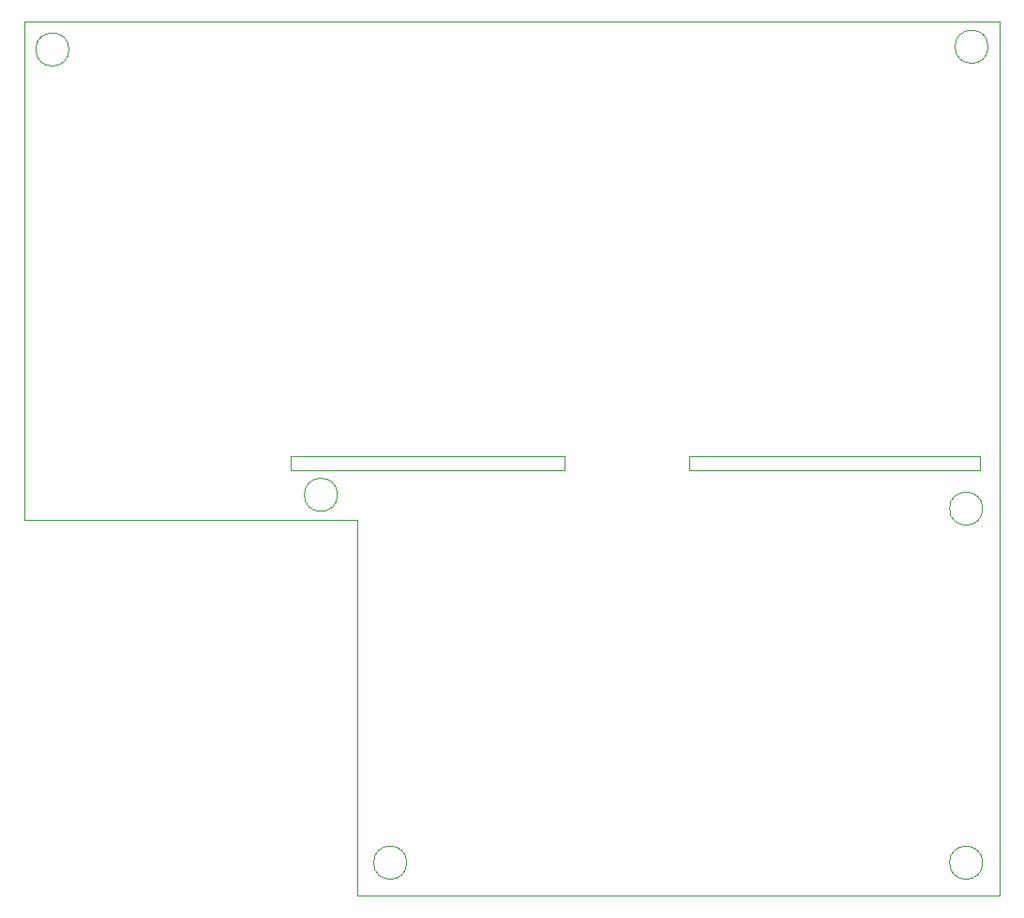
<source format=gm1>
%TF.GenerationSoftware,KiCad,Pcbnew,8.0.4*%
%TF.CreationDate,2024-09-11T20:39:54+02:00*%
%TF.ProjectId,BaseBoard,42617365-426f-4617-9264-2e6b69636164,rev?*%
%TF.SameCoordinates,Original*%
%TF.FileFunction,Profile,NP*%
%FSLAX46Y46*%
G04 Gerber Fmt 4.6, Leading zero omitted, Abs format (unit mm)*
G04 Created by KiCad (PCBNEW 8.0.4) date 2024-09-11 20:39:54*
%MOMM*%
%LPD*%
G01*
G04 APERTURE LIST*
%TA.AperFunction,Profile*%
%ADD10C,0.050000*%
%TD*%
G04 APERTURE END LIST*
D10*
X191000000Y-58000000D02*
X191000000Y-56000000D01*
X191000000Y-135000000D02*
X191000000Y-58000000D01*
X131250000Y-98750000D02*
G75*
G02*
X128250000Y-98750000I-1500000J0D01*
G01*
X128250000Y-98750000D02*
G75*
G02*
X131250000Y-98750000I1500000J0D01*
G01*
X103000000Y-56000000D02*
X103000000Y-101000000D01*
X191000000Y-56000000D02*
X103000000Y-56000000D01*
X163000000Y-95250000D02*
X189250000Y-95250000D01*
X189250000Y-96500000D01*
X163000000Y-96500000D01*
X163000000Y-95250000D01*
X103000000Y-101000000D02*
X133000000Y-101000000D01*
X189500000Y-132000000D02*
G75*
G02*
X186500000Y-132000000I-1500000J0D01*
G01*
X186500000Y-132000000D02*
G75*
G02*
X189500000Y-132000000I1500000J0D01*
G01*
X107000000Y-58500000D02*
G75*
G02*
X104000000Y-58500000I-1500000J0D01*
G01*
X104000000Y-58500000D02*
G75*
G02*
X107000000Y-58500000I1500000J0D01*
G01*
X127000000Y-95250000D02*
X151750000Y-95250000D01*
X151750000Y-96500000D01*
X127000000Y-96500000D01*
X127000000Y-95250000D01*
X189500000Y-100000000D02*
G75*
G02*
X186500000Y-100000000I-1500000J0D01*
G01*
X186500000Y-100000000D02*
G75*
G02*
X189500000Y-100000000I1500000J0D01*
G01*
X190000000Y-58250000D02*
G75*
G02*
X187000000Y-58250000I-1500000J0D01*
G01*
X187000000Y-58250000D02*
G75*
G02*
X190000000Y-58250000I1500000J0D01*
G01*
X133000000Y-135000000D02*
X191000000Y-135000000D01*
X137500000Y-132000000D02*
G75*
G02*
X134500000Y-132000000I-1500000J0D01*
G01*
X134500000Y-132000000D02*
G75*
G02*
X137500000Y-132000000I1500000J0D01*
G01*
X133000000Y-101000000D02*
X133000000Y-135000000D01*
M02*

</source>
